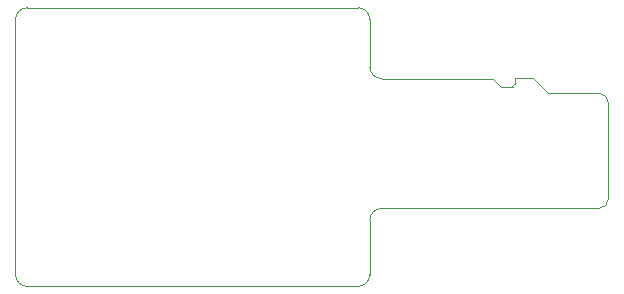
<source format=gbr>
G04 #@! TF.GenerationSoftware,KiCad,Pcbnew,5.99.0-unknown-r23941-4f651901*
G04 #@! TF.CreationDate,2020-11-30T00:39:08+01:00*
G04 #@! TF.ProjectId,sdrewire,73647265-7769-4726-952e-6b696361645f,rev?*
G04 #@! TF.SameCoordinates,PX70d1d60PY66b5f20*
G04 #@! TF.FileFunction,Profile,NP*
%FSLAX46Y46*%
G04 Gerber Fmt 4.6, Leading zero omitted, Abs format (unit mm)*
G04 Created by KiCad (PCBNEW 5.99.0-unknown-r23941-4f651901) date 2020-11-30 00:39:08*
%MOMM*%
%LPD*%
G01*
G04 APERTURE LIST*
G04 #@! TA.AperFunction,Profile*
%ADD10C,0.100000*%
G04 #@! TD*
G04 #@! TA.AperFunction,Profile*
%ADD11C,0.120000*%
G04 #@! TD*
G04 APERTURE END LIST*
D10*
X1000000Y5000D02*
X29000000Y5000D01*
X0Y22605000D02*
G75*
G02*
X1000000Y23605000I1000000J0D01*
G01*
X29000000Y5000D02*
G75*
G03*
X30000000Y1005000I0J1000000D01*
G01*
X0Y22605000D02*
X0Y1005000D01*
X30000000Y18605000D02*
X30000000Y22605000D01*
X29000000Y23605000D02*
X1000000Y23605000D01*
X30000000Y5605000D02*
X30000000Y1005000D01*
X30000000Y18605000D02*
G75*
G03*
X31000000Y17605000I1000000J0D01*
G01*
X31000000Y6605000D02*
G75*
G03*
X30000000Y5605000I0J-1000000D01*
G01*
X29000000Y23605000D02*
G75*
G02*
X30000000Y22605000I0J-1000000D01*
G01*
X0Y1005000D02*
G75*
G03*
X1000000Y5000I1000000J0D01*
G01*
D11*
G04 #@! TO.C,J4*
X42110000Y16915000D02*
X41110000Y16915000D01*
X45080000Y16355000D02*
X43810000Y17625000D01*
X45080000Y16355000D02*
X49400000Y16355000D01*
X43810000Y17625000D02*
X42310000Y17625000D01*
X36000000Y6605000D02*
X49400000Y6605000D01*
X50200000Y7405000D02*
X50200000Y15555000D01*
X36000000Y17605000D02*
X31000000Y17605000D01*
X36000000Y6605000D02*
X31000000Y6605000D01*
X40400000Y17605000D02*
X36000000Y17605000D01*
X42310000Y17625000D02*
X42310000Y17125000D01*
X41110000Y16915000D02*
X40400000Y17605000D01*
X42309744Y17125119D02*
G75*
G02*
X42110000Y16915000I-199744J-10119D01*
G01*
X50200000Y7405000D02*
G75*
G02*
X49400000Y6605000I-800000J0D01*
G01*
X49400000Y16355000D02*
G75*
G02*
X50200000Y15555000I0J-800000D01*
G01*
G04 #@! TD*
M02*

</source>
